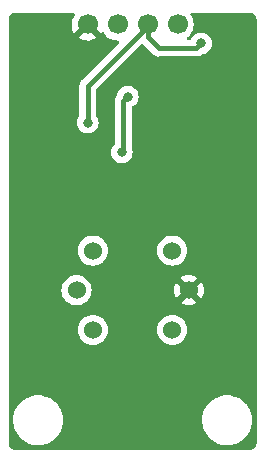
<source format=gbr>
%TF.GenerationSoftware,KiCad,Pcbnew,(5.99.0-11441-g1a5e63bcab)*%
%TF.CreationDate,2021-07-19T16:29:47+02:00*%
%TF.ProjectId,MQ Breakout,4d512042-7265-4616-9b6f-75742e6b6963,rev?*%
%TF.SameCoordinates,Original*%
%TF.FileFunction,Copper,L2,Bot*%
%TF.FilePolarity,Positive*%
%FSLAX46Y46*%
G04 Gerber Fmt 4.6, Leading zero omitted, Abs format (unit mm)*
G04 Created by KiCad (PCBNEW (5.99.0-11441-g1a5e63bcab)) date 2021-07-19 16:29:47*
%MOMM*%
%LPD*%
G01*
G04 APERTURE LIST*
%TA.AperFunction,ComponentPad*%
%ADD10C,1.524000*%
%TD*%
%TA.AperFunction,ComponentPad*%
%ADD11C,1.700000*%
%TD*%
%TA.AperFunction,ViaPad*%
%ADD12C,0.800000*%
%TD*%
%TA.AperFunction,Conductor*%
%ADD13C,0.400000*%
%TD*%
G04 APERTURE END LIST*
D10*
%TO.P,U1,6,B*%
%TO.N,AO*%
X105358757Y-112641243D03*
%TO.P,U1,5,H*%
%TO.N,GND*%
X106750000Y-116000000D03*
%TO.P,U1,4,B*%
%TO.N,AO*%
X105358757Y-119358757D03*
%TO.P,U1,3,A*%
%TO.N,5V*%
X98641243Y-119358757D03*
%TO.P,U1,2,H*%
X97250000Y-116000000D03*
%TO.P,U1,1,A*%
X98641243Y-112641243D03*
%TD*%
D11*
%TO.P,K1,4*%
%TO.N,5V*%
X105810000Y-93500000D03*
%TO.P,K1,3*%
%TO.N,D0*%
X103270000Y-93500000D03*
%TO.P,K1,2*%
%TO.N,AO*%
X100730000Y-93500000D03*
%TO.P,K1,1*%
%TO.N,GND*%
X98190000Y-93500000D03*
%TD*%
D12*
%TO.N,GND*%
X99600000Y-99300000D03*
X97200000Y-107300000D03*
X105800000Y-107000000D03*
X111900000Y-94900000D03*
X95150000Y-116650000D03*
X107500000Y-117750000D03*
X104500000Y-99800000D03*
X102700000Y-102650000D03*
%TO.N,D0*%
X107800000Y-95100000D03*
X98200000Y-101800000D03*
%TO.N,AO*%
X101085000Y-104335000D03*
X101600000Y-99600000D03*
%TD*%
D13*
%TO.N,D0*%
X103270000Y-93630000D02*
X103270000Y-93500000D01*
X98200000Y-98700000D02*
X103270000Y-93630000D01*
X98200000Y-101800000D02*
X98200000Y-98700000D01*
%TO.N,AO*%
X101600000Y-99600000D02*
X101200000Y-100000000D01*
X101200000Y-104220000D02*
X101085000Y-104335000D01*
X101200000Y-100000000D02*
X101200000Y-104220000D01*
%TO.N,D0*%
X107400000Y-95500000D02*
X104200000Y-95500000D01*
X104200000Y-95500000D02*
X103270000Y-94570000D01*
X103270000Y-94570000D02*
X103270000Y-93500000D01*
X107800000Y-95100000D02*
X107400000Y-95500000D01*
%TD*%
%TA.AperFunction,Conductor*%
%TO.N,GND*%
G36*
X97052383Y-92528002D02*
G01*
X97098876Y-92581658D01*
X97108980Y-92651932D01*
X97088350Y-92705004D01*
X97008098Y-92822649D01*
X97003000Y-92831623D01*
X96913338Y-93024783D01*
X96909775Y-93034470D01*
X96852864Y-93239681D01*
X96850933Y-93249800D01*
X96828302Y-93461574D01*
X96828050Y-93471863D01*
X96840309Y-93684477D01*
X96841745Y-93694697D01*
X96888565Y-93902446D01*
X96891645Y-93912275D01*
X96971770Y-94109603D01*
X96976413Y-94118794D01*
X97056460Y-94249420D01*
X97066916Y-94258880D01*
X97075694Y-94255096D01*
X98100905Y-93229885D01*
X98163217Y-93195859D01*
X98234032Y-93200924D01*
X98279095Y-93229885D01*
X99300474Y-94251264D01*
X99312484Y-94257823D01*
X99324223Y-94248855D01*
X99358022Y-94201819D01*
X99359277Y-94202721D01*
X99406391Y-94159355D01*
X99476330Y-94147148D01*
X99541767Y-94174691D01*
X99569580Y-94206513D01*
X99627287Y-94300683D01*
X99627291Y-94300688D01*
X99629987Y-94305088D01*
X99776250Y-94473938D01*
X99948126Y-94616632D01*
X100141000Y-94729338D01*
X100145825Y-94731180D01*
X100145826Y-94731181D01*
X100207144Y-94754596D01*
X100349692Y-94809030D01*
X100354760Y-94810061D01*
X100354763Y-94810062D01*
X100459604Y-94831392D01*
X100568597Y-94853567D01*
X100573772Y-94853757D01*
X100573774Y-94853757D01*
X100738736Y-94859806D01*
X100806078Y-94882291D01*
X100850574Y-94937614D01*
X100858096Y-95008211D01*
X100823214Y-95074816D01*
X97719480Y-98178550D01*
X97713215Y-98184404D01*
X97669615Y-98222439D01*
X97665248Y-98228653D01*
X97632872Y-98274719D01*
X97628939Y-98280014D01*
X97589524Y-98330282D01*
X97586401Y-98337198D01*
X97585017Y-98339484D01*
X97576643Y-98354165D01*
X97575378Y-98356525D01*
X97571010Y-98362739D01*
X97568250Y-98369818D01*
X97568249Y-98369820D01*
X97547798Y-98422275D01*
X97545247Y-98428344D01*
X97518955Y-98486573D01*
X97517571Y-98494040D01*
X97516770Y-98496595D01*
X97512141Y-98512848D01*
X97511478Y-98515428D01*
X97508718Y-98522509D01*
X97507727Y-98530040D01*
X97507726Y-98530042D01*
X97500379Y-98585852D01*
X97499348Y-98592359D01*
X97487704Y-98655186D01*
X97488141Y-98662766D01*
X97488141Y-98662767D01*
X97491291Y-98717392D01*
X97491500Y-98724646D01*
X97491500Y-101181256D01*
X97471498Y-101249377D01*
X97467436Y-101255317D01*
X97465379Y-101258148D01*
X97460960Y-101263056D01*
X97365473Y-101428444D01*
X97306458Y-101610072D01*
X97286496Y-101800000D01*
X97306458Y-101989928D01*
X97365473Y-102171556D01*
X97460960Y-102336944D01*
X97588747Y-102478866D01*
X97743248Y-102591118D01*
X97749276Y-102593802D01*
X97749278Y-102593803D01*
X97911681Y-102666109D01*
X97917712Y-102668794D01*
X98011112Y-102688647D01*
X98098056Y-102707128D01*
X98098061Y-102707128D01*
X98104513Y-102708500D01*
X98295487Y-102708500D01*
X98301939Y-102707128D01*
X98301944Y-102707128D01*
X98388888Y-102688647D01*
X98482288Y-102668794D01*
X98488319Y-102666109D01*
X98650722Y-102593803D01*
X98650724Y-102593802D01*
X98656752Y-102591118D01*
X98811253Y-102478866D01*
X98939040Y-102336944D01*
X99034527Y-102171556D01*
X99093542Y-101989928D01*
X99113504Y-101800000D01*
X99093542Y-101610072D01*
X99034527Y-101428444D01*
X98939040Y-101263056D01*
X98934621Y-101258148D01*
X98932564Y-101255317D01*
X98908705Y-101188449D01*
X98908500Y-101181256D01*
X98908500Y-99045660D01*
X98928502Y-98977539D01*
X98945405Y-98956565D01*
X102710905Y-95191065D01*
X102773217Y-95157039D01*
X102844032Y-95162104D01*
X102889095Y-95191065D01*
X103678550Y-95980520D01*
X103684404Y-95986785D01*
X103722439Y-96030385D01*
X103728657Y-96034755D01*
X103774697Y-96067112D01*
X103779993Y-96071045D01*
X103830282Y-96110477D01*
X103837204Y-96113602D01*
X103839452Y-96114964D01*
X103854185Y-96123368D01*
X103856524Y-96124622D01*
X103862739Y-96128990D01*
X103869815Y-96131749D01*
X103869819Y-96131751D01*
X103922274Y-96152202D01*
X103928352Y-96154757D01*
X103986574Y-96181045D01*
X103994045Y-96182429D01*
X103996599Y-96183230D01*
X104012878Y-96187867D01*
X104015433Y-96188523D01*
X104022509Y-96191282D01*
X104043262Y-96194014D01*
X104085851Y-96199621D01*
X104092367Y-96200653D01*
X104145865Y-96210568D01*
X104155187Y-96212296D01*
X104162767Y-96211859D01*
X104162768Y-96211859D01*
X104217398Y-96208709D01*
X104224651Y-96208500D01*
X107371088Y-96208500D01*
X107379658Y-96208792D01*
X107429776Y-96212209D01*
X107429780Y-96212209D01*
X107437352Y-96212725D01*
X107444829Y-96211420D01*
X107444830Y-96211420D01*
X107471308Y-96206799D01*
X107500303Y-96201738D01*
X107506821Y-96200777D01*
X107570242Y-96193102D01*
X107577343Y-96190419D01*
X107579952Y-96189778D01*
X107596262Y-96185315D01*
X107598798Y-96184550D01*
X107606284Y-96183243D01*
X107664800Y-96157556D01*
X107670904Y-96155065D01*
X107671717Y-96154758D01*
X107730656Y-96132487D01*
X107736919Y-96128183D01*
X107739285Y-96126946D01*
X107754097Y-96118701D01*
X107756351Y-96117368D01*
X107763305Y-96114315D01*
X107814002Y-96075413D01*
X107819332Y-96071541D01*
X107865720Y-96039661D01*
X107865725Y-96039656D01*
X107871981Y-96035357D01*
X107877035Y-96029685D01*
X107878037Y-96028801D01*
X107935167Y-96000066D01*
X108082288Y-95968794D01*
X108088319Y-95966109D01*
X108250722Y-95893803D01*
X108250724Y-95893802D01*
X108256752Y-95891118D01*
X108411253Y-95778866D01*
X108539040Y-95636944D01*
X108634527Y-95471556D01*
X108693542Y-95289928D01*
X108713504Y-95100000D01*
X108693542Y-94910072D01*
X108634527Y-94728444D01*
X108539040Y-94563056D01*
X108519337Y-94541173D01*
X108415675Y-94426045D01*
X108415674Y-94426044D01*
X108411253Y-94421134D01*
X108256752Y-94308882D01*
X108250724Y-94306198D01*
X108250722Y-94306197D01*
X108088319Y-94233891D01*
X108088318Y-94233891D01*
X108082288Y-94231206D01*
X107988888Y-94211353D01*
X107901944Y-94192872D01*
X107901939Y-94192872D01*
X107895487Y-94191500D01*
X107704513Y-94191500D01*
X107698061Y-94192872D01*
X107698056Y-94192872D01*
X107611113Y-94211353D01*
X107517712Y-94231206D01*
X107511682Y-94233891D01*
X107511681Y-94233891D01*
X107349278Y-94306197D01*
X107349276Y-94306198D01*
X107343248Y-94308882D01*
X107188747Y-94421134D01*
X107184326Y-94426044D01*
X107184325Y-94426045D01*
X107080664Y-94541173D01*
X107060960Y-94563056D01*
X106965473Y-94728444D01*
X106962824Y-94726915D01*
X106925350Y-94770914D01*
X106856329Y-94791500D01*
X106732538Y-94791500D01*
X106664417Y-94771498D01*
X106617924Y-94717842D01*
X106607820Y-94647568D01*
X106637314Y-94582988D01*
X106659370Y-94562921D01*
X106689860Y-94541173D01*
X106848096Y-94383489D01*
X106898918Y-94312763D01*
X106975435Y-94206277D01*
X106978453Y-94202077D01*
X106983003Y-94192872D01*
X107075136Y-94006453D01*
X107075137Y-94006451D01*
X107077430Y-94001811D01*
X107142370Y-93788069D01*
X107171529Y-93566590D01*
X107173156Y-93500000D01*
X107154852Y-93277361D01*
X107100431Y-93060702D01*
X107011354Y-92855840D01*
X106912115Y-92702440D01*
X106891908Y-92634380D01*
X106911704Y-92566199D01*
X106965219Y-92519545D01*
X107017907Y-92508000D01*
X111950693Y-92508000D01*
X111970078Y-92509500D01*
X111984860Y-92511802D01*
X111984863Y-92511802D01*
X111993732Y-92513183D01*
X112002733Y-92512006D01*
X112033172Y-92511735D01*
X112095378Y-92518744D01*
X112122885Y-92525023D01*
X112200070Y-92552031D01*
X112225492Y-92564273D01*
X112294741Y-92607786D01*
X112316799Y-92625378D01*
X112374622Y-92683201D01*
X112392214Y-92705260D01*
X112435723Y-92774504D01*
X112447966Y-92799926D01*
X112474976Y-92877119D01*
X112481254Y-92904624D01*
X112487522Y-92960250D01*
X112488305Y-92975897D01*
X112488196Y-92984854D01*
X112486814Y-92993728D01*
X112487979Y-93002634D01*
X112490936Y-93025251D01*
X112492000Y-93041588D01*
X112492000Y-128950679D01*
X112490500Y-128970062D01*
X112486815Y-128993730D01*
X112487979Y-129002632D01*
X112487979Y-129002634D01*
X112487992Y-129002730D01*
X112488263Y-129033170D01*
X112481254Y-129095375D01*
X112474975Y-129122882D01*
X112447966Y-129200069D01*
X112435724Y-129225490D01*
X112392215Y-129294734D01*
X112374623Y-129316794D01*
X112316795Y-129374621D01*
X112294736Y-129392212D01*
X112241065Y-129425936D01*
X112225492Y-129435721D01*
X112200071Y-129447963D01*
X112122883Y-129474972D01*
X112095376Y-129481251D01*
X112071428Y-129483949D01*
X112039744Y-129487519D01*
X112024103Y-129488302D01*
X112015145Y-129488193D01*
X112006271Y-129486811D01*
X111974727Y-129490936D01*
X111958389Y-129492000D01*
X92049307Y-129492000D01*
X92029922Y-129490500D01*
X92015140Y-129488198D01*
X92015137Y-129488198D01*
X92006268Y-129486817D01*
X91997267Y-129487994D01*
X91966828Y-129488265D01*
X91904622Y-129481256D01*
X91877115Y-129474977D01*
X91799930Y-129447969D01*
X91774508Y-129435727D01*
X91774499Y-129435721D01*
X91705256Y-129392212D01*
X91683201Y-129374622D01*
X91625378Y-129316799D01*
X91607786Y-129294740D01*
X91564277Y-129225496D01*
X91552034Y-129200074D01*
X91525024Y-129122881D01*
X91518746Y-129095376D01*
X91512478Y-129039750D01*
X91511695Y-129024103D01*
X91511804Y-129015146D01*
X91513186Y-129006272D01*
X91509064Y-128974749D01*
X91508000Y-128958412D01*
X91508000Y-126977869D01*
X91886689Y-126977869D01*
X91903238Y-127264883D01*
X91904063Y-127269088D01*
X91904064Y-127269096D01*
X91936010Y-127431921D01*
X91958586Y-127546995D01*
X91959973Y-127551045D01*
X91959974Y-127551050D01*
X92050321Y-127814930D01*
X92051710Y-127818986D01*
X92180885Y-128075822D01*
X92343721Y-128312750D01*
X92537206Y-128525388D01*
X92540501Y-128528143D01*
X92540502Y-128528144D01*
X92591258Y-128570582D01*
X92757759Y-128709798D01*
X93001298Y-128862571D01*
X93263318Y-128980877D01*
X93306709Y-128993730D01*
X93534857Y-129061311D01*
X93534862Y-129061312D01*
X93538970Y-129062529D01*
X93543204Y-129063177D01*
X93543209Y-129063178D01*
X93791811Y-129101219D01*
X93823153Y-129106015D01*
X93969485Y-129108314D01*
X94106317Y-129110464D01*
X94106323Y-129110464D01*
X94110608Y-129110531D01*
X94114860Y-129110016D01*
X94114868Y-129110016D01*
X94391756Y-129076508D01*
X94391761Y-129076507D01*
X94396017Y-129075992D01*
X94534163Y-129039750D01*
X94669954Y-129004126D01*
X94669955Y-129004126D01*
X94674097Y-129003039D01*
X94939704Y-128893021D01*
X95187922Y-128747974D01*
X95414159Y-128570582D01*
X95455285Y-128528144D01*
X95611244Y-128367206D01*
X95614227Y-128364128D01*
X95616760Y-128360680D01*
X95616764Y-128360675D01*
X95781887Y-128135886D01*
X95784425Y-128132431D01*
X95921604Y-127879779D01*
X96023225Y-127610848D01*
X96087407Y-127330613D01*
X96112963Y-127044260D01*
X96113427Y-127000000D01*
X96111918Y-126977869D01*
X107886689Y-126977869D01*
X107903238Y-127264883D01*
X107904063Y-127269088D01*
X107904064Y-127269096D01*
X107936010Y-127431921D01*
X107958586Y-127546995D01*
X107959973Y-127551045D01*
X107959974Y-127551050D01*
X108050321Y-127814930D01*
X108051710Y-127818986D01*
X108180885Y-128075822D01*
X108343721Y-128312750D01*
X108537206Y-128525388D01*
X108540501Y-128528143D01*
X108540502Y-128528144D01*
X108591258Y-128570582D01*
X108757759Y-128709798D01*
X109001298Y-128862571D01*
X109263318Y-128980877D01*
X109306709Y-128993730D01*
X109534857Y-129061311D01*
X109534862Y-129061312D01*
X109538970Y-129062529D01*
X109543204Y-129063177D01*
X109543209Y-129063178D01*
X109791811Y-129101219D01*
X109823153Y-129106015D01*
X109969485Y-129108314D01*
X110106317Y-129110464D01*
X110106323Y-129110464D01*
X110110608Y-129110531D01*
X110114860Y-129110016D01*
X110114868Y-129110016D01*
X110391756Y-129076508D01*
X110391761Y-129076507D01*
X110396017Y-129075992D01*
X110534163Y-129039750D01*
X110669954Y-129004126D01*
X110669955Y-129004126D01*
X110674097Y-129003039D01*
X110939704Y-128893021D01*
X111187922Y-128747974D01*
X111414159Y-128570582D01*
X111455285Y-128528144D01*
X111611244Y-128367206D01*
X111614227Y-128364128D01*
X111616760Y-128360680D01*
X111616764Y-128360675D01*
X111781887Y-128135886D01*
X111784425Y-128132431D01*
X111921604Y-127879779D01*
X112023225Y-127610848D01*
X112087407Y-127330613D01*
X112112963Y-127044260D01*
X112113427Y-127000000D01*
X112093873Y-126713175D01*
X112089336Y-126691264D01*
X112036443Y-126435855D01*
X112035574Y-126431658D01*
X111939607Y-126160657D01*
X111807750Y-125905188D01*
X111794488Y-125886317D01*
X111644904Y-125673482D01*
X111642441Y-125669977D01*
X111446740Y-125459378D01*
X111224268Y-125277287D01*
X110979142Y-125127073D01*
X110961048Y-125119130D01*
X110719830Y-125013243D01*
X110715898Y-125011517D01*
X110689963Y-125004129D01*
X110443534Y-124933932D01*
X110443535Y-124933932D01*
X110439406Y-124932756D01*
X110226704Y-124902485D01*
X110159036Y-124892854D01*
X110159034Y-124892854D01*
X110154784Y-124892249D01*
X110150495Y-124892227D01*
X110150488Y-124892226D01*
X109871583Y-124890765D01*
X109871576Y-124890765D01*
X109867297Y-124890743D01*
X109863053Y-124891302D01*
X109863049Y-124891302D01*
X109737660Y-124907810D01*
X109582266Y-124928268D01*
X109578126Y-124929401D01*
X109578124Y-124929401D01*
X109501311Y-124950415D01*
X109304964Y-125004129D01*
X109301016Y-125005813D01*
X109044476Y-125115237D01*
X109044472Y-125115239D01*
X109040524Y-125116923D01*
X108915960Y-125191473D01*
X108797521Y-125262357D01*
X108797517Y-125262360D01*
X108793839Y-125264561D01*
X108569472Y-125444313D01*
X108371577Y-125652851D01*
X108203814Y-125886317D01*
X108069288Y-126140392D01*
X107970489Y-126410373D01*
X107909245Y-126691264D01*
X107886689Y-126977869D01*
X96111918Y-126977869D01*
X96093873Y-126713175D01*
X96089336Y-126691264D01*
X96036443Y-126435855D01*
X96035574Y-126431658D01*
X95939607Y-126160657D01*
X95807750Y-125905188D01*
X95794488Y-125886317D01*
X95644904Y-125673482D01*
X95642441Y-125669977D01*
X95446740Y-125459378D01*
X95224268Y-125277287D01*
X94979142Y-125127073D01*
X94961048Y-125119130D01*
X94719830Y-125013243D01*
X94715898Y-125011517D01*
X94689963Y-125004129D01*
X94443534Y-124933932D01*
X94443535Y-124933932D01*
X94439406Y-124932756D01*
X94226704Y-124902485D01*
X94159036Y-124892854D01*
X94159034Y-124892854D01*
X94154784Y-124892249D01*
X94150495Y-124892227D01*
X94150488Y-124892226D01*
X93871583Y-124890765D01*
X93871576Y-124890765D01*
X93867297Y-124890743D01*
X93863053Y-124891302D01*
X93863049Y-124891302D01*
X93737660Y-124907810D01*
X93582266Y-124928268D01*
X93578126Y-124929401D01*
X93578124Y-124929401D01*
X93501311Y-124950415D01*
X93304964Y-125004129D01*
X93301016Y-125005813D01*
X93044476Y-125115237D01*
X93044472Y-125115239D01*
X93040524Y-125116923D01*
X92915960Y-125191473D01*
X92797521Y-125262357D01*
X92797517Y-125262360D01*
X92793839Y-125264561D01*
X92569472Y-125444313D01*
X92371577Y-125652851D01*
X92203814Y-125886317D01*
X92069288Y-126140392D01*
X91970489Y-126410373D01*
X91909245Y-126691264D01*
X91886689Y-126977869D01*
X91508000Y-126977869D01*
X91508000Y-119358757D01*
X97365890Y-119358757D01*
X97385265Y-119580220D01*
X97442803Y-119794953D01*
X97445125Y-119799934D01*
X97445126Y-119799935D01*
X97534429Y-119991446D01*
X97534432Y-119991451D01*
X97536755Y-119996433D01*
X97664266Y-120178538D01*
X97821462Y-120335734D01*
X97825970Y-120338891D01*
X97825973Y-120338893D01*
X97901738Y-120391944D01*
X98003566Y-120463245D01*
X98008548Y-120465568D01*
X98008553Y-120465571D01*
X98200065Y-120554874D01*
X98205047Y-120557197D01*
X98210355Y-120558619D01*
X98210357Y-120558620D01*
X98276192Y-120576260D01*
X98419780Y-120614735D01*
X98641243Y-120634110D01*
X98862706Y-120614735D01*
X99006294Y-120576260D01*
X99072129Y-120558620D01*
X99072131Y-120558619D01*
X99077439Y-120557197D01*
X99082421Y-120554874D01*
X99273933Y-120465571D01*
X99273938Y-120465568D01*
X99278920Y-120463245D01*
X99380748Y-120391944D01*
X99456513Y-120338893D01*
X99456516Y-120338891D01*
X99461024Y-120335734D01*
X99618220Y-120178538D01*
X99745731Y-119996433D01*
X99748054Y-119991451D01*
X99748057Y-119991446D01*
X99837360Y-119799935D01*
X99837361Y-119799934D01*
X99839683Y-119794953D01*
X99897221Y-119580220D01*
X99916596Y-119358757D01*
X104083404Y-119358757D01*
X104102779Y-119580220D01*
X104160317Y-119794953D01*
X104162639Y-119799934D01*
X104162640Y-119799935D01*
X104251943Y-119991446D01*
X104251946Y-119991451D01*
X104254269Y-119996433D01*
X104381780Y-120178538D01*
X104538976Y-120335734D01*
X104543484Y-120338891D01*
X104543487Y-120338893D01*
X104619252Y-120391944D01*
X104721080Y-120463245D01*
X104726062Y-120465568D01*
X104726067Y-120465571D01*
X104917579Y-120554874D01*
X104922561Y-120557197D01*
X104927869Y-120558619D01*
X104927871Y-120558620D01*
X104993706Y-120576260D01*
X105137294Y-120614735D01*
X105358757Y-120634110D01*
X105580220Y-120614735D01*
X105723808Y-120576260D01*
X105789643Y-120558620D01*
X105789645Y-120558619D01*
X105794953Y-120557197D01*
X105799935Y-120554874D01*
X105991447Y-120465571D01*
X105991452Y-120465568D01*
X105996434Y-120463245D01*
X106098262Y-120391944D01*
X106174027Y-120338893D01*
X106174030Y-120338891D01*
X106178538Y-120335734D01*
X106335734Y-120178538D01*
X106463245Y-119996433D01*
X106465568Y-119991451D01*
X106465571Y-119991446D01*
X106554874Y-119799935D01*
X106554875Y-119799934D01*
X106557197Y-119794953D01*
X106614735Y-119580220D01*
X106634110Y-119358757D01*
X106614735Y-119137294D01*
X106557197Y-118922561D01*
X106554874Y-118917579D01*
X106465571Y-118726068D01*
X106465568Y-118726063D01*
X106463245Y-118721081D01*
X106335734Y-118538976D01*
X106178538Y-118381780D01*
X106174030Y-118378623D01*
X106174027Y-118378621D01*
X106098262Y-118325570D01*
X105996434Y-118254269D01*
X105991452Y-118251946D01*
X105991447Y-118251943D01*
X105799935Y-118162640D01*
X105799934Y-118162639D01*
X105794953Y-118160317D01*
X105789645Y-118158895D01*
X105789643Y-118158894D01*
X105723808Y-118141254D01*
X105580220Y-118102779D01*
X105358757Y-118083404D01*
X105137294Y-118102779D01*
X104993706Y-118141254D01*
X104927871Y-118158894D01*
X104927869Y-118158895D01*
X104922561Y-118160317D01*
X104917580Y-118162639D01*
X104917579Y-118162640D01*
X104726068Y-118251943D01*
X104726063Y-118251946D01*
X104721081Y-118254269D01*
X104716574Y-118257425D01*
X104716572Y-118257426D01*
X104543487Y-118378621D01*
X104543484Y-118378623D01*
X104538976Y-118381780D01*
X104381780Y-118538976D01*
X104254269Y-118721081D01*
X104251946Y-118726063D01*
X104251943Y-118726068D01*
X104162640Y-118917579D01*
X104160317Y-118922561D01*
X104102779Y-119137294D01*
X104083404Y-119358757D01*
X99916596Y-119358757D01*
X99897221Y-119137294D01*
X99839683Y-118922561D01*
X99837360Y-118917579D01*
X99748057Y-118726068D01*
X99748054Y-118726063D01*
X99745731Y-118721081D01*
X99618220Y-118538976D01*
X99461024Y-118381780D01*
X99456516Y-118378623D01*
X99456513Y-118378621D01*
X99380748Y-118325570D01*
X99278920Y-118254269D01*
X99273938Y-118251946D01*
X99273933Y-118251943D01*
X99082421Y-118162640D01*
X99082420Y-118162639D01*
X99077439Y-118160317D01*
X99072131Y-118158895D01*
X99072129Y-118158894D01*
X99006294Y-118141254D01*
X98862706Y-118102779D01*
X98641243Y-118083404D01*
X98419780Y-118102779D01*
X98276192Y-118141254D01*
X98210357Y-118158894D01*
X98210355Y-118158895D01*
X98205047Y-118160317D01*
X98200066Y-118162639D01*
X98200065Y-118162640D01*
X98008554Y-118251943D01*
X98008549Y-118251946D01*
X98003567Y-118254269D01*
X97999060Y-118257425D01*
X97999058Y-118257426D01*
X97825973Y-118378621D01*
X97825970Y-118378623D01*
X97821462Y-118381780D01*
X97664266Y-118538976D01*
X97536755Y-118721081D01*
X97534432Y-118726063D01*
X97534429Y-118726068D01*
X97445126Y-118917579D01*
X97442803Y-118922561D01*
X97385265Y-119137294D01*
X97365890Y-119358757D01*
X91508000Y-119358757D01*
X91508000Y-116000000D01*
X95974647Y-116000000D01*
X95994022Y-116221463D01*
X96051560Y-116436196D01*
X96053882Y-116441177D01*
X96053883Y-116441178D01*
X96143186Y-116632689D01*
X96143189Y-116632694D01*
X96145512Y-116637676D01*
X96148668Y-116642183D01*
X96148669Y-116642185D01*
X96185107Y-116694223D01*
X96273023Y-116819781D01*
X96430219Y-116976977D01*
X96434727Y-116980134D01*
X96434730Y-116980136D01*
X96510495Y-117033187D01*
X96612323Y-117104488D01*
X96617305Y-117106811D01*
X96617310Y-117106814D01*
X96807810Y-117195645D01*
X96813804Y-117198440D01*
X96819112Y-117199862D01*
X96819114Y-117199863D01*
X96884949Y-117217503D01*
X97028537Y-117255978D01*
X97250000Y-117275353D01*
X97471463Y-117255978D01*
X97615051Y-117217503D01*
X97680886Y-117199863D01*
X97680888Y-117199862D01*
X97686196Y-117198440D01*
X97692190Y-117195645D01*
X97882690Y-117106814D01*
X97882695Y-117106811D01*
X97887677Y-117104488D01*
X97952959Y-117058777D01*
X106055777Y-117058777D01*
X106065074Y-117070793D01*
X106108069Y-117100898D01*
X106117555Y-117106376D01*
X106308993Y-117195645D01*
X106319285Y-117199391D01*
X106523309Y-117254059D01*
X106534104Y-117255962D01*
X106744525Y-117274372D01*
X106755475Y-117274372D01*
X106965896Y-117255962D01*
X106976691Y-117254059D01*
X107180715Y-117199391D01*
X107191007Y-117195645D01*
X107382445Y-117106376D01*
X107391931Y-117100898D01*
X107435764Y-117070207D01*
X107444139Y-117059729D01*
X107437071Y-117046281D01*
X106762812Y-116372022D01*
X106748868Y-116364408D01*
X106747035Y-116364539D01*
X106740420Y-116368790D01*
X106062207Y-117047003D01*
X106055777Y-117058777D01*
X97952959Y-117058777D01*
X97989505Y-117033187D01*
X98065270Y-116980136D01*
X98065273Y-116980134D01*
X98069781Y-116976977D01*
X98226977Y-116819781D01*
X98314894Y-116694223D01*
X98351331Y-116642185D01*
X98351332Y-116642183D01*
X98354488Y-116637676D01*
X98356811Y-116632694D01*
X98356814Y-116632689D01*
X98446117Y-116441178D01*
X98446118Y-116441177D01*
X98448440Y-116436196D01*
X98505978Y-116221463D01*
X98525353Y-116000000D01*
X98524874Y-115994525D01*
X105475628Y-115994525D01*
X105475628Y-116005475D01*
X105494038Y-116215896D01*
X105495941Y-116226691D01*
X105550609Y-116430715D01*
X105554355Y-116441007D01*
X105643623Y-116632441D01*
X105649103Y-116641932D01*
X105679794Y-116685765D01*
X105690271Y-116694140D01*
X105703718Y-116687072D01*
X106377978Y-116012812D01*
X106384356Y-116001132D01*
X107114408Y-116001132D01*
X107114539Y-116002965D01*
X107118790Y-116009580D01*
X107797003Y-116687793D01*
X107808777Y-116694223D01*
X107820793Y-116684926D01*
X107850897Y-116641932D01*
X107856377Y-116632441D01*
X107945645Y-116441007D01*
X107949391Y-116430715D01*
X108004059Y-116226691D01*
X108005962Y-116215896D01*
X108024372Y-116005475D01*
X108024372Y-115994525D01*
X108005962Y-115784104D01*
X108004059Y-115773309D01*
X107949391Y-115569285D01*
X107945645Y-115558993D01*
X107856377Y-115367559D01*
X107850897Y-115358068D01*
X107820206Y-115314235D01*
X107809729Y-115305860D01*
X107796282Y-115312928D01*
X107122022Y-115987188D01*
X107114408Y-116001132D01*
X106384356Y-116001132D01*
X106385592Y-115998868D01*
X106385461Y-115997035D01*
X106381210Y-115990420D01*
X105702997Y-115312207D01*
X105691223Y-115305777D01*
X105679207Y-115315074D01*
X105649103Y-115358068D01*
X105643623Y-115367559D01*
X105554355Y-115558993D01*
X105550609Y-115569285D01*
X105495941Y-115773309D01*
X105494038Y-115784104D01*
X105475628Y-115994525D01*
X98524874Y-115994525D01*
X98505978Y-115778537D01*
X98448440Y-115563804D01*
X98446117Y-115558822D01*
X98356814Y-115367311D01*
X98356811Y-115367306D01*
X98354488Y-115362324D01*
X98351331Y-115357815D01*
X98230136Y-115184730D01*
X98230134Y-115184727D01*
X98226977Y-115180219D01*
X98069781Y-115023023D01*
X98065273Y-115019866D01*
X98065270Y-115019864D01*
X97989505Y-114966813D01*
X97951599Y-114940271D01*
X106055860Y-114940271D01*
X106062928Y-114953718D01*
X106737188Y-115627978D01*
X106751132Y-115635592D01*
X106752965Y-115635461D01*
X106759580Y-115631210D01*
X107437793Y-114952997D01*
X107444223Y-114941223D01*
X107434926Y-114929207D01*
X107391931Y-114899102D01*
X107382445Y-114893624D01*
X107191007Y-114804355D01*
X107180715Y-114800609D01*
X106976691Y-114745941D01*
X106965896Y-114744038D01*
X106755475Y-114725628D01*
X106744525Y-114725628D01*
X106534104Y-114744038D01*
X106523309Y-114745941D01*
X106319285Y-114800609D01*
X106308993Y-114804355D01*
X106117559Y-114893623D01*
X106108068Y-114899103D01*
X106064235Y-114929794D01*
X106055860Y-114940271D01*
X97951599Y-114940271D01*
X97887677Y-114895512D01*
X97882695Y-114893189D01*
X97882690Y-114893186D01*
X97691178Y-114803883D01*
X97691177Y-114803882D01*
X97686196Y-114801560D01*
X97680888Y-114800138D01*
X97680886Y-114800137D01*
X97615051Y-114782497D01*
X97471463Y-114744022D01*
X97250000Y-114724647D01*
X97028537Y-114744022D01*
X96884949Y-114782497D01*
X96819114Y-114800137D01*
X96819112Y-114800138D01*
X96813804Y-114801560D01*
X96808823Y-114803882D01*
X96808822Y-114803883D01*
X96617311Y-114893186D01*
X96617306Y-114893189D01*
X96612324Y-114895512D01*
X96607817Y-114898668D01*
X96607815Y-114898669D01*
X96434730Y-115019864D01*
X96434727Y-115019866D01*
X96430219Y-115023023D01*
X96273023Y-115180219D01*
X96269866Y-115184727D01*
X96269864Y-115184730D01*
X96148669Y-115357815D01*
X96145512Y-115362324D01*
X96143189Y-115367306D01*
X96143186Y-115367311D01*
X96053883Y-115558822D01*
X96051560Y-115563804D01*
X95994022Y-115778537D01*
X95974647Y-116000000D01*
X91508000Y-116000000D01*
X91508000Y-112641243D01*
X97365890Y-112641243D01*
X97385265Y-112862706D01*
X97442803Y-113077439D01*
X97445125Y-113082420D01*
X97445126Y-113082421D01*
X97534429Y-113273932D01*
X97534432Y-113273937D01*
X97536755Y-113278919D01*
X97664266Y-113461024D01*
X97821462Y-113618220D01*
X97825970Y-113621377D01*
X97825973Y-113621379D01*
X97901738Y-113674430D01*
X98003566Y-113745731D01*
X98008548Y-113748054D01*
X98008553Y-113748057D01*
X98200065Y-113837360D01*
X98205047Y-113839683D01*
X98210355Y-113841105D01*
X98210357Y-113841106D01*
X98276192Y-113858746D01*
X98419780Y-113897221D01*
X98641243Y-113916596D01*
X98862706Y-113897221D01*
X99006294Y-113858746D01*
X99072129Y-113841106D01*
X99072131Y-113841105D01*
X99077439Y-113839683D01*
X99082421Y-113837360D01*
X99273933Y-113748057D01*
X99273938Y-113748054D01*
X99278920Y-113745731D01*
X99380748Y-113674430D01*
X99456513Y-113621379D01*
X99456516Y-113621377D01*
X99461024Y-113618220D01*
X99618220Y-113461024D01*
X99745731Y-113278919D01*
X99748054Y-113273937D01*
X99748057Y-113273932D01*
X99837360Y-113082421D01*
X99837361Y-113082420D01*
X99839683Y-113077439D01*
X99897221Y-112862706D01*
X99916596Y-112641243D01*
X104083404Y-112641243D01*
X104102779Y-112862706D01*
X104160317Y-113077439D01*
X104162639Y-113082420D01*
X104162640Y-113082421D01*
X104251943Y-113273932D01*
X104251946Y-113273937D01*
X104254269Y-113278919D01*
X104381780Y-113461024D01*
X104538976Y-113618220D01*
X104543484Y-113621377D01*
X104543487Y-113621379D01*
X104619252Y-113674430D01*
X104721080Y-113745731D01*
X104726062Y-113748054D01*
X104726067Y-113748057D01*
X104917579Y-113837360D01*
X104922561Y-113839683D01*
X104927869Y-113841105D01*
X104927871Y-113841106D01*
X104993706Y-113858746D01*
X105137294Y-113897221D01*
X105358757Y-113916596D01*
X105580220Y-113897221D01*
X105723808Y-113858746D01*
X105789643Y-113841106D01*
X105789645Y-113841105D01*
X105794953Y-113839683D01*
X105799935Y-113837360D01*
X105991447Y-113748057D01*
X105991452Y-113748054D01*
X105996434Y-113745731D01*
X106098262Y-113674430D01*
X106174027Y-113621379D01*
X106174030Y-113621377D01*
X106178538Y-113618220D01*
X106335734Y-113461024D01*
X106463245Y-113278919D01*
X106465568Y-113273937D01*
X106465571Y-113273932D01*
X106554874Y-113082421D01*
X106554875Y-113082420D01*
X106557197Y-113077439D01*
X106614735Y-112862706D01*
X106634110Y-112641243D01*
X106614735Y-112419780D01*
X106557197Y-112205047D01*
X106554874Y-112200065D01*
X106465571Y-112008554D01*
X106465568Y-112008549D01*
X106463245Y-112003567D01*
X106335734Y-111821462D01*
X106178538Y-111664266D01*
X106174030Y-111661109D01*
X106174027Y-111661107D01*
X106098262Y-111608056D01*
X105996434Y-111536755D01*
X105991452Y-111534432D01*
X105991447Y-111534429D01*
X105799935Y-111445126D01*
X105799934Y-111445125D01*
X105794953Y-111442803D01*
X105789645Y-111441381D01*
X105789643Y-111441380D01*
X105723808Y-111423740D01*
X105580220Y-111385265D01*
X105358757Y-111365890D01*
X105137294Y-111385265D01*
X104993706Y-111423740D01*
X104927871Y-111441380D01*
X104927869Y-111441381D01*
X104922561Y-111442803D01*
X104917580Y-111445125D01*
X104917579Y-111445126D01*
X104726068Y-111534429D01*
X104726063Y-111534432D01*
X104721081Y-111536755D01*
X104716574Y-111539911D01*
X104716572Y-111539912D01*
X104543487Y-111661107D01*
X104543484Y-111661109D01*
X104538976Y-111664266D01*
X104381780Y-111821462D01*
X104254269Y-112003567D01*
X104251946Y-112008549D01*
X104251943Y-112008554D01*
X104162640Y-112200065D01*
X104160317Y-112205047D01*
X104102779Y-112419780D01*
X104083404Y-112641243D01*
X99916596Y-112641243D01*
X99897221Y-112419780D01*
X99839683Y-112205047D01*
X99837360Y-112200065D01*
X99748057Y-112008554D01*
X99748054Y-112008549D01*
X99745731Y-112003567D01*
X99618220Y-111821462D01*
X99461024Y-111664266D01*
X99456516Y-111661109D01*
X99456513Y-111661107D01*
X99380748Y-111608056D01*
X99278920Y-111536755D01*
X99273938Y-111534432D01*
X99273933Y-111534429D01*
X99082421Y-111445126D01*
X99082420Y-111445125D01*
X99077439Y-111442803D01*
X99072131Y-111441381D01*
X99072129Y-111441380D01*
X99006294Y-111423740D01*
X98862706Y-111385265D01*
X98641243Y-111365890D01*
X98419780Y-111385265D01*
X98276192Y-111423740D01*
X98210357Y-111441380D01*
X98210355Y-111441381D01*
X98205047Y-111442803D01*
X98200066Y-111445125D01*
X98200065Y-111445126D01*
X98008554Y-111534429D01*
X98008549Y-111534432D01*
X98003567Y-111536755D01*
X97999060Y-111539911D01*
X97999058Y-111539912D01*
X97825973Y-111661107D01*
X97825970Y-111661109D01*
X97821462Y-111664266D01*
X97664266Y-111821462D01*
X97536755Y-112003567D01*
X97534432Y-112008549D01*
X97534429Y-112008554D01*
X97445126Y-112200065D01*
X97442803Y-112205047D01*
X97385265Y-112419780D01*
X97365890Y-112641243D01*
X91508000Y-112641243D01*
X91508000Y-104335000D01*
X100171496Y-104335000D01*
X100191458Y-104524928D01*
X100250473Y-104706556D01*
X100345960Y-104871944D01*
X100473747Y-105013866D01*
X100628248Y-105126118D01*
X100634276Y-105128802D01*
X100634278Y-105128803D01*
X100796681Y-105201109D01*
X100802712Y-105203794D01*
X100896113Y-105223647D01*
X100983056Y-105242128D01*
X100983061Y-105242128D01*
X100989513Y-105243500D01*
X101180487Y-105243500D01*
X101186939Y-105242128D01*
X101186944Y-105242128D01*
X101273887Y-105223647D01*
X101367288Y-105203794D01*
X101373319Y-105201109D01*
X101535722Y-105128803D01*
X101535724Y-105128802D01*
X101541752Y-105126118D01*
X101696253Y-105013866D01*
X101824040Y-104871944D01*
X101919527Y-104706556D01*
X101978542Y-104524928D01*
X101998504Y-104335000D01*
X101978542Y-104145072D01*
X101919527Y-103963444D01*
X101918845Y-103962263D01*
X101908500Y-103913592D01*
X101908500Y-100538950D01*
X101928502Y-100470829D01*
X101983251Y-100423843D01*
X102050722Y-100393803D01*
X102050724Y-100393802D01*
X102056752Y-100391118D01*
X102211253Y-100278866D01*
X102339040Y-100136944D01*
X102434527Y-99971556D01*
X102493542Y-99789928D01*
X102494623Y-99779648D01*
X102512814Y-99606565D01*
X102513504Y-99600000D01*
X102493542Y-99410072D01*
X102434527Y-99228444D01*
X102339040Y-99063056D01*
X102211253Y-98921134D01*
X102056752Y-98808882D01*
X102050724Y-98806198D01*
X102050722Y-98806197D01*
X101888319Y-98733891D01*
X101888318Y-98733891D01*
X101882288Y-98731206D01*
X101788888Y-98711353D01*
X101701944Y-98692872D01*
X101701939Y-98692872D01*
X101695487Y-98691500D01*
X101504513Y-98691500D01*
X101498061Y-98692872D01*
X101498056Y-98692872D01*
X101411113Y-98711353D01*
X101317712Y-98731206D01*
X101311682Y-98733891D01*
X101311681Y-98733891D01*
X101149278Y-98806197D01*
X101149276Y-98806198D01*
X101143248Y-98808882D01*
X100988747Y-98921134D01*
X100860960Y-99063056D01*
X100765473Y-99228444D01*
X100706458Y-99410072D01*
X100705768Y-99416633D01*
X100705768Y-99416635D01*
X100702073Y-99451792D01*
X100675059Y-99517449D01*
X100674267Y-99518381D01*
X100669615Y-99522439D01*
X100665248Y-99528653D01*
X100632872Y-99574719D01*
X100628939Y-99580014D01*
X100589524Y-99630282D01*
X100586401Y-99637198D01*
X100585017Y-99639484D01*
X100576643Y-99654165D01*
X100575378Y-99656525D01*
X100571010Y-99662739D01*
X100568250Y-99669818D01*
X100568249Y-99669820D01*
X100547798Y-99722275D01*
X100545247Y-99728344D01*
X100518955Y-99786573D01*
X100517571Y-99794040D01*
X100516770Y-99796595D01*
X100512141Y-99812848D01*
X100511478Y-99815428D01*
X100508718Y-99822509D01*
X100507727Y-99830040D01*
X100507726Y-99830042D01*
X100500379Y-99885852D01*
X100499348Y-99892359D01*
X100487704Y-99955186D01*
X100488141Y-99962766D01*
X100488141Y-99962767D01*
X100491291Y-100017392D01*
X100491500Y-100024646D01*
X100491500Y-103588051D01*
X100471498Y-103656172D01*
X100459136Y-103672361D01*
X100345960Y-103798056D01*
X100250473Y-103963444D01*
X100191458Y-104145072D01*
X100171496Y-104335000D01*
X91508000Y-104335000D01*
X91508000Y-94624853D01*
X97429977Y-94624853D01*
X97435258Y-94631907D01*
X97596756Y-94726279D01*
X97606042Y-94730729D01*
X97805001Y-94806703D01*
X97814899Y-94809579D01*
X98023595Y-94852038D01*
X98033823Y-94853257D01*
X98246650Y-94861062D01*
X98256936Y-94860595D01*
X98468185Y-94833534D01*
X98478262Y-94831392D01*
X98682255Y-94770191D01*
X98691842Y-94766433D01*
X98883098Y-94672738D01*
X98891944Y-94667465D01*
X98939247Y-94633723D01*
X98947648Y-94623023D01*
X98940660Y-94609870D01*
X98202812Y-93872022D01*
X98188868Y-93864408D01*
X98187035Y-93864539D01*
X98180420Y-93868790D01*
X97436737Y-94612473D01*
X97429977Y-94624853D01*
X91508000Y-94624853D01*
X91508000Y-93049307D01*
X91509500Y-93029922D01*
X91511802Y-93015140D01*
X91511802Y-93015137D01*
X91513183Y-93006268D01*
X91512006Y-92997267D01*
X91511735Y-92966828D01*
X91518744Y-92904622D01*
X91525023Y-92877115D01*
X91544470Y-92821538D01*
X91552031Y-92799929D01*
X91564273Y-92774508D01*
X91607786Y-92705259D01*
X91625378Y-92683201D01*
X91683201Y-92625378D01*
X91705260Y-92607786D01*
X91774504Y-92564277D01*
X91799926Y-92552034D01*
X91877119Y-92525024D01*
X91904624Y-92518746D01*
X91929766Y-92515913D01*
X91960256Y-92512478D01*
X91975897Y-92511695D01*
X91984854Y-92511804D01*
X91993728Y-92513186D01*
X92025251Y-92509064D01*
X92041588Y-92508000D01*
X96984262Y-92508000D01*
X97052383Y-92528002D01*
G37*
%TD.AperFunction*%
%TD*%
M02*

</source>
